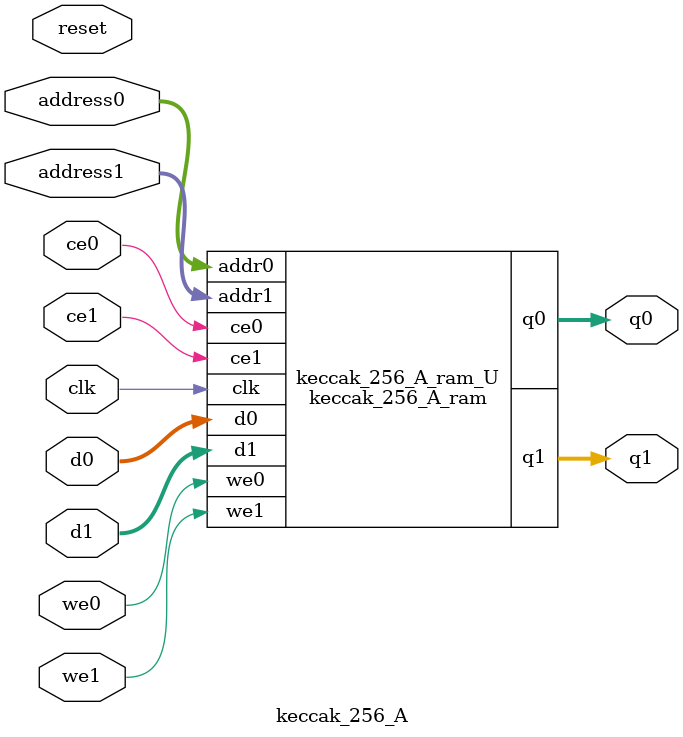
<source format=v>
`timescale 1 ns / 1 ps
module keccak_256_A_ram (addr0, ce0, d0, we0, q0, addr1, ce1, d1, we1, q1,  clk);

parameter DWIDTH = 64;
parameter AWIDTH = 5;
parameter MEM_SIZE = 25;

input[AWIDTH-1:0] addr0;
input ce0;
input[DWIDTH-1:0] d0;
input we0;
output reg[DWIDTH-1:0] q0;
input[AWIDTH-1:0] addr1;
input ce1;
input[DWIDTH-1:0] d1;
input we1;
output reg[DWIDTH-1:0] q1;
input clk;

(* ram_style = "block" *)reg [DWIDTH-1:0] ram[0:MEM_SIZE-1];




always @(posedge clk)  
begin 
    if (ce0) begin
        if (we0) 
            ram[addr0] <= d0; 
        q0 <= ram[addr0];
    end
end


always @(posedge clk)  
begin 
    if (ce1) begin
        if (we1) 
            ram[addr1] <= d1; 
        q1 <= ram[addr1];
    end
end


endmodule

`timescale 1 ns / 1 ps
module keccak_256_A(
    reset,
    clk,
    address0,
    ce0,
    we0,
    d0,
    q0,
    address1,
    ce1,
    we1,
    d1,
    q1);

parameter DataWidth = 32'd64;
parameter AddressRange = 32'd25;
parameter AddressWidth = 32'd5;
input reset;
input clk;
input[AddressWidth - 1:0] address0;
input ce0;
input we0;
input[DataWidth - 1:0] d0;
output[DataWidth - 1:0] q0;
input[AddressWidth - 1:0] address1;
input ce1;
input we1;
input[DataWidth - 1:0] d1;
output[DataWidth - 1:0] q1;



keccak_256_A_ram keccak_256_A_ram_U(
    .clk( clk ),
    .addr0( address0 ),
    .ce0( ce0 ),
    .we0( we0 ),
    .d0( d0 ),
    .q0( q0 ),
    .addr1( address1 ),
    .ce1( ce1 ),
    .we1( we1 ),
    .d1( d1 ),
    .q1( q1 ));

endmodule


</source>
